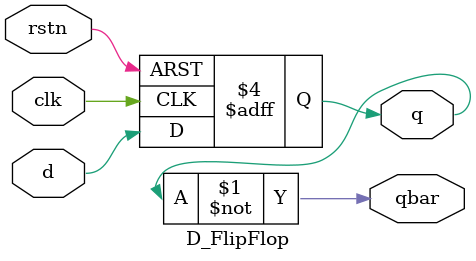
<source format=v>


module D_FlipFlop(d,rstn,clk,q,qbar);
    input d,rstn,clk;
    output reg q;
    output qbar;

    assign qbar = ~q;
    always @(posedge clk or negedge rstn) begin
        if(~rstn)
        q <= 0;
      else
        q <= d;
    end

endmodule
</source>
